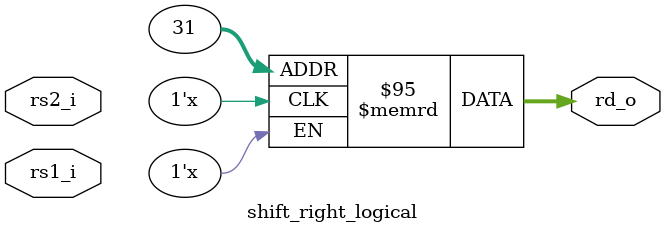
<source format=sv>
`include "../define.sv"
module shift_right_logical(
	input logic [31:0] rs1_i, rs2_i, // rs2_i only has 5 bit length
	output logic [31:0] rd_o
	);
	
	logic [31:0] cond;
	decode_dif DE0(.N_i(rs2_i[4:0]), .Y_o(cond));
	
	logic [31:0] temp [32];
	
	mux2to1_32bit M0(rs1_i, {1'b0, rs1_i[31:1]}, cond[0], temp[0]); 
	mux2to1_32bit M1(temp[0], {1'b0, temp[0][31:1]}, cond[1], temp[1]); 
	mux2to1_32bit M2(temp[1], {1'b0, temp[1][31:1]}, cond[2], temp[2]); 
	mux2to1_32bit M3(temp[2], {1'b0, temp[2][31:1]}, cond[3], temp[3]); 
	mux2to1_32bit M4(temp[3], {1'b0, temp[3][31:1]}, cond[4], temp[4]); 
	mux2to1_32bit M5(temp[4], {1'b0, temp[4][31:1]}, cond[5], temp[5]); 
	mux2to1_32bit M6(temp[5], {1'b0, temp[5][31:1]}, cond[6], temp[6]); 
	mux2to1_32bit M7(temp[6], {1'b0, temp[6][31:1]}, cond[7], temp[7]); 
	mux2to1_32bit M8(temp[7], {1'b0, temp[7][31:1]}, cond[8], temp[8]); 
	mux2to1_32bit M9(temp[8], {1'b0, temp[8][31:1]}, cond[9], temp[9]); 
	mux2to1_32bit M10(temp[9], {1'b0, temp[9][31:1]}, cond[10], temp[10]); 
	mux2to1_32bit M11(temp[10], {1'b0, temp[10][31:1]}, cond[11], temp[11]); 
	mux2to1_32bit M12(temp[11], {1'b0, temp[11][31:1]}, cond[12], temp[12]); 
	mux2to1_32bit M13(temp[12], {1'b0, temp[12][31:1]}, cond[13], temp[13]); 
	mux2to1_32bit M14(temp[13], {1'b0, temp[13][31:1]}, cond[14], temp[14]); 
	mux2to1_32bit M15(temp[14], {1'b0, temp[14][31:1]}, cond[15], temp[15]); 
	mux2to1_32bit M16(temp[15], {1'b0, temp[15][31:1]}, cond[16], temp[16]); 
	mux2to1_32bit M17(temp[16], {1'b0, temp[16][31:1]}, cond[17], temp[17]); 
	mux2to1_32bit M18(temp[17], {1'b0, temp[17][31:1]}, cond[18], temp[18]); 
	mux2to1_32bit M19(temp[18], {1'b0, temp[18][31:1]}, cond[19], temp[19]); 
	mux2to1_32bit M20(temp[19], {1'b0, temp[19][31:1]}, cond[20], temp[20]); 
	mux2to1_32bit M21(temp[20], {1'b0, temp[20][31:1]}, cond[21], temp[21]); 
	mux2to1_32bit M22(temp[21], {1'b0, temp[21][31:1]}, cond[22], temp[22]); 
	mux2to1_32bit M23(temp[22], {1'b0, temp[22][31:1]}, cond[23], temp[23]); 
	mux2to1_32bit M24(temp[23], {1'b0, temp[23][31:1]}, cond[24], temp[24]); 
	mux2to1_32bit M25(temp[24], {1'b0, temp[24][31:1]}, cond[25], temp[25]); 
	mux2to1_32bit M26(temp[25], {1'b0, temp[25][31:1]}, cond[26], temp[26]); 
	mux2to1_32bit M27(temp[26], {1'b0, temp[26][31:1]}, cond[27], temp[27]); 
	mux2to1_32bit M28(temp[27], {1'b0, temp[27][31:1]}, cond[28], temp[28]); 
	mux2to1_32bit M29(temp[28], {1'b0, temp[28][31:1]}, cond[29], temp[29]); 
	mux2to1_32bit M30(temp[29], {1'b0, temp[29][31:1]}, cond[30], temp[30]); 
	mux2to1_32bit M31(temp[30], {1'b0, temp[30][31:1]}, cond[31], temp[31]); 
	
	assign rd_o = temp[31];
	
	
	
endmodule

</source>
